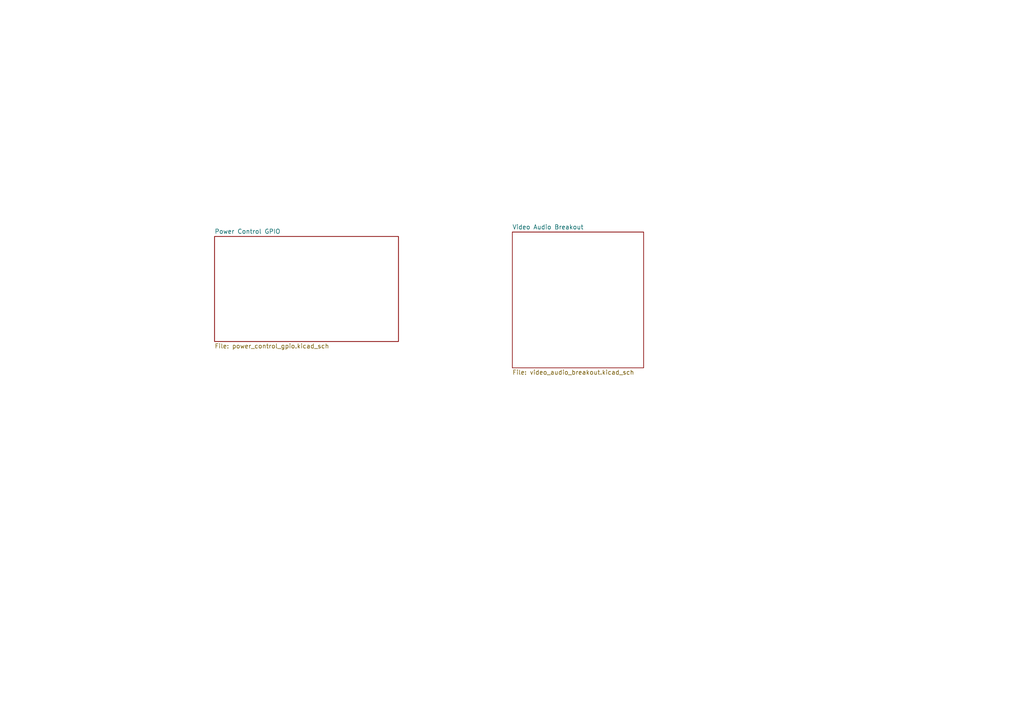
<source format=kicad_sch>
(kicad_sch (version 20211123) (generator eeschema)
  (paper "A4")
  (lib_symbols)
  (sheet (at 148.59 67.31) (size 38.1 39.37) (stroke (width 0.1524))
    (property "Sheet name" "Video Audio Breakout" (at 148.59 66.5984 0) (effects (justify left bottom)))
    (property "Sheet file" "video_audio_breakout.kicad_sch" (at 148.59 107.2646 0) (effects (justify left top)))
  )
  (sheet (at 62.23 68.58) (size 53.34 30.48) (stroke (width 0.1524))
    (property "Sheet name" "Power Control GPIO" (at 62.23 67.8684 0) (effects (justify left bottom)))
    (property "Sheet file" "power_control_gpio.kicad_sch" (at 62.23 99.6446 0) (effects (justify left top)))
  )
)
</source>
